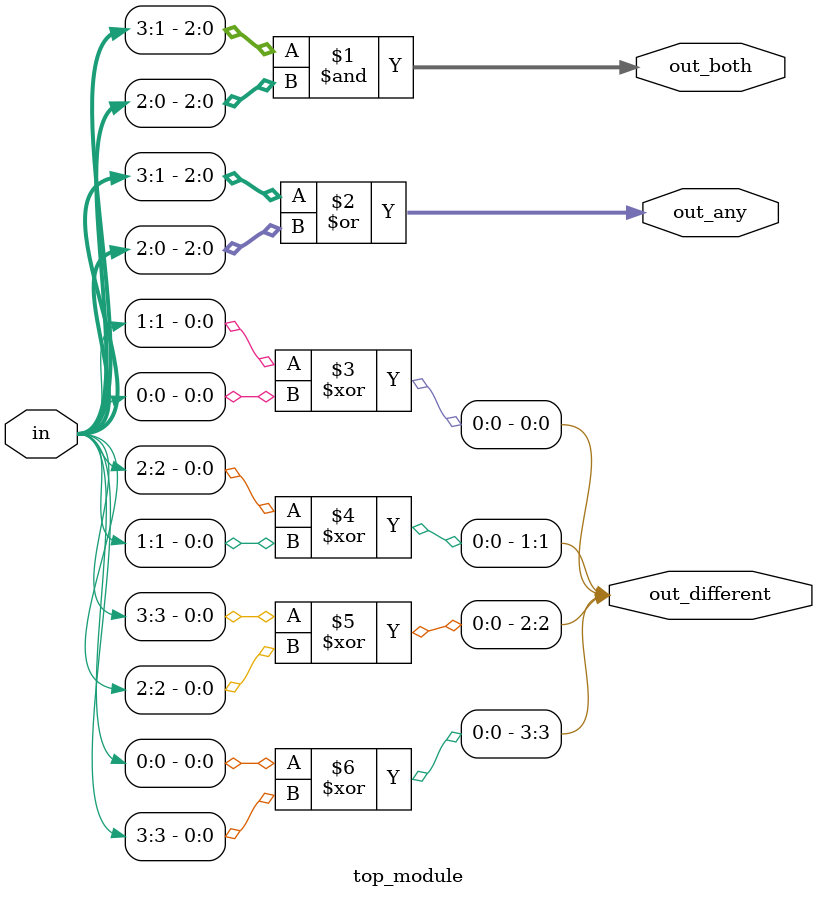
<source format=sv>
module top_module( 
    input [3:0] in,
    output [2:0] out_both,
    output [3:1] out_any,
    output [3:0] out_different );

    assign out_both = in[3:1] & in[2:0];
    assign out_any = in[3:1] | in[2:0];
    assign out_different = {in[0]^in[3], in[3]^in[2], in[2]^in[1], in[1]^in[0]};

endmodule
</source>
